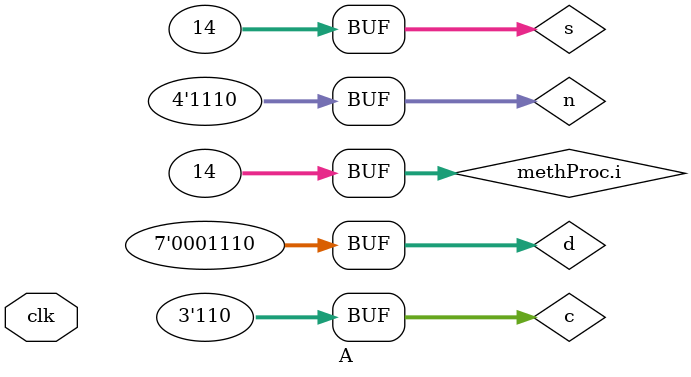
<source format=sv>

module A // "a"
(
    input logic clk
);

// Variables generated for SystemC signals
logic signed [31:0] s;
logic [2:0] c;
logic [6:0] d;
logic [3:0] n;

// Local parameters generated for C++ constants
localparam logic signed [31:0] C = 3;
localparam logic signed [31:0] D = 7;

//------------------------------------------------------------------------------
// Method process: methProc (test_keep_template_param.cpp:32:5) 

always_comb 
begin : methProc     // test_keep_template_param.cpp:32:5
    integer i;
    i = 4 + C + D;
    s = i;
    c = i;
    d = i;
    n = i;
end

endmodule



</source>
